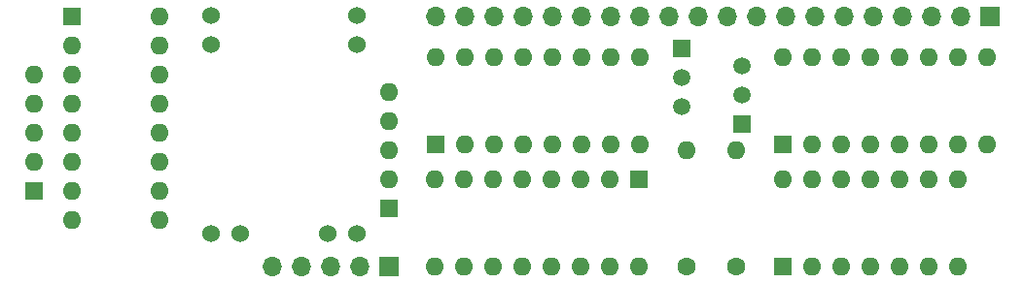
<source format=gbr>
%TF.GenerationSoftware,KiCad,Pcbnew,7.0.7*%
%TF.CreationDate,2023-10-03T22:28:34+01:00*%
%TF.ProjectId,nixie-controller-breakaway,6e697869-652d-4636-9f6e-74726f6c6c65,rev?*%
%TF.SameCoordinates,Original*%
%TF.FileFunction,Soldermask,Top*%
%TF.FilePolarity,Negative*%
%FSLAX46Y46*%
G04 Gerber Fmt 4.6, Leading zero omitted, Abs format (unit mm)*
G04 Created by KiCad (PCBNEW 7.0.7) date 2023-10-03 22:28:34*
%MOMM*%
%LPD*%
G01*
G04 APERTURE LIST*
%ADD10R,1.600000X1.600000*%
%ADD11O,1.600000X1.600000*%
%ADD12R,1.500000X1.500000*%
%ADD13C,1.500000*%
%ADD14C,1.524000*%
%ADD15C,1.600000*%
%ADD16R,1.700000X1.700000*%
%ADD17O,1.700000X1.700000*%
G04 APERTURE END LIST*
D10*
%TO.C,U1*%
X96769000Y-54092000D03*
D11*
X99309000Y-54092000D03*
X101849000Y-54092000D03*
X104389000Y-54092000D03*
X106929000Y-54092000D03*
X109469000Y-54092000D03*
X112009000Y-54092000D03*
X112009000Y-46472000D03*
X109469000Y-46472000D03*
X106929000Y-46472000D03*
X104389000Y-46472000D03*
X101849000Y-46472000D03*
X99309000Y-46472000D03*
X96769000Y-46472000D03*
%TD*%
D12*
%TO.C,Q1*%
X93218000Y-41656000D03*
D13*
X93218000Y-39116000D03*
X93218000Y-36576000D03*
%TD*%
D14*
%TO.C,U6*%
X49590000Y-51260000D03*
X47050000Y-51260000D03*
X59750000Y-51260000D03*
X59750000Y-34750000D03*
X59750000Y-32210000D03*
X57210000Y-51260000D03*
X47050000Y-34750000D03*
X47050000Y-32210000D03*
%TD*%
D15*
%TO.C,R2*%
X88392000Y-54102000D03*
D11*
X88392000Y-43942000D03*
%TD*%
D10*
%TO.C,U5*%
X34886000Y-32273000D03*
D11*
X34886000Y-34813000D03*
X34886000Y-37353000D03*
X34886000Y-39893000D03*
X34886000Y-42433000D03*
X34886000Y-44973000D03*
X34886000Y-47513000D03*
X34886000Y-50053000D03*
X42506000Y-50053000D03*
X42506000Y-47513000D03*
X42506000Y-44973000D03*
X42506000Y-42433000D03*
X42506000Y-39893000D03*
X42506000Y-37353000D03*
X42506000Y-34813000D03*
X42506000Y-32273000D03*
%TD*%
D10*
%TO.C,RN2*%
X31574000Y-47498000D03*
D11*
X31574000Y-44958000D03*
X31574000Y-42418000D03*
X31574000Y-39878000D03*
X31574000Y-37338000D03*
%TD*%
D10*
%TO.C,U2*%
X96789000Y-43424000D03*
D11*
X99329000Y-43424000D03*
X101869000Y-43424000D03*
X104409000Y-43424000D03*
X106949000Y-43424000D03*
X109489000Y-43424000D03*
X112029000Y-43424000D03*
X114569000Y-43424000D03*
X114569000Y-35804000D03*
X112029000Y-35804000D03*
X109489000Y-35804000D03*
X106949000Y-35804000D03*
X104409000Y-35804000D03*
X101869000Y-35804000D03*
X99329000Y-35804000D03*
X96789000Y-35804000D03*
%TD*%
D10*
%TO.C,RN1*%
X62484000Y-49022000D03*
D11*
X62484000Y-46482000D03*
X62484000Y-43942000D03*
X62484000Y-41402000D03*
X62484000Y-38862000D03*
%TD*%
D10*
%TO.C,U4*%
X66548000Y-43434000D03*
D11*
X69088000Y-43434000D03*
X71628000Y-43434000D03*
X74168000Y-43434000D03*
X76708000Y-43434000D03*
X79248000Y-43434000D03*
X81788000Y-43434000D03*
X84328000Y-43434000D03*
X84328000Y-35814000D03*
X81788000Y-35814000D03*
X79248000Y-35814000D03*
X76708000Y-35814000D03*
X74168000Y-35814000D03*
X71628000Y-35814000D03*
X69088000Y-35814000D03*
X66548000Y-35814000D03*
%TD*%
D15*
%TO.C,R1*%
X92710000Y-54102000D03*
D11*
X92710000Y-43942000D03*
%TD*%
D10*
%TO.C,U3*%
X84300000Y-46500000D03*
D11*
X81760000Y-46500000D03*
X79220000Y-46500000D03*
X76680000Y-46500000D03*
X74140000Y-46500000D03*
X71600000Y-46500000D03*
X69060000Y-46500000D03*
X66520000Y-46500000D03*
X66520000Y-54120000D03*
X69060000Y-54120000D03*
X71600000Y-54120000D03*
X74140000Y-54120000D03*
X76680000Y-54120000D03*
X79220000Y-54120000D03*
X81760000Y-54120000D03*
X84300000Y-54120000D03*
%TD*%
D16*
%TO.C,J3*%
X114808000Y-32258000D03*
D17*
X112268000Y-32258000D03*
X109728000Y-32258000D03*
X107188000Y-32258000D03*
X104648000Y-32258000D03*
X102108000Y-32258000D03*
X99568000Y-32258000D03*
X97028000Y-32258000D03*
X94488000Y-32258000D03*
X91948000Y-32258000D03*
X89408000Y-32258000D03*
X86868000Y-32258000D03*
X84328000Y-32258000D03*
X81788000Y-32258000D03*
X79248000Y-32258000D03*
X76708000Y-32258000D03*
X74168000Y-32258000D03*
X71628000Y-32258000D03*
X69088000Y-32258000D03*
X66548000Y-32258000D03*
%TD*%
D16*
%TO.C,J1*%
X62484000Y-54102000D03*
D17*
X59944000Y-54102000D03*
X57404000Y-54102000D03*
X54864000Y-54102000D03*
X52324000Y-54102000D03*
%TD*%
D12*
%TO.C,Q2*%
X88032000Y-35052000D03*
D13*
X88032000Y-37592000D03*
X88032000Y-40132000D03*
%TD*%
M02*

</source>
